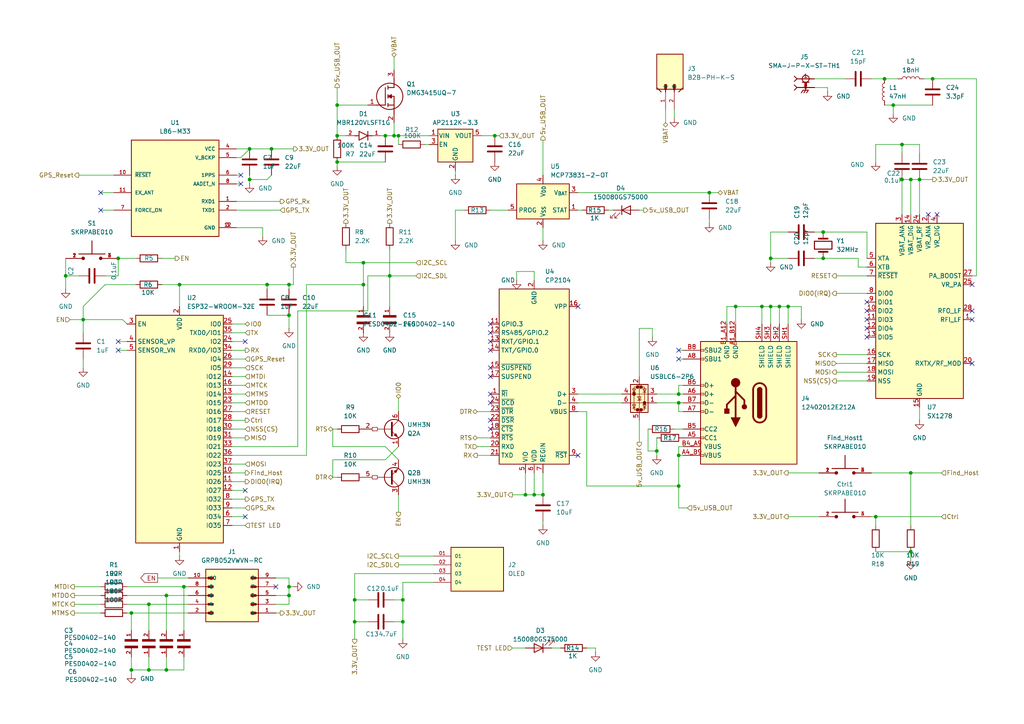
<source format=kicad_sch>
(kicad_sch (version 20250114) (generator "eeschema") (generator_version "9.0")
  (paper "A4")
  (junction (at 213.36 88.9))
  (junction (at 78.74 43.18))
  (junction (at 52.07 82.55))
  (junction (at 102.87 173.99))
  (junction (at 116.84 173.99))
  (junction (at 220.98 88.9))
  (junction (at 48.26 194.31))
  (junction (at 228.6 88.9))
  (junction (at 264.16 160.02))
  (junction (at 157.48 143.51))
  (junction (at 264.16 137.16))
  (junction (at 97.79 30.48))
  (junction (at 270.51 22.86))
  (junction (at 256.54 22.86))
  (junction (at 105.41 76.2))
  (junction (at 196.85 140.97))
  (junction (at 48.26 172.72))
  (junction (at 196.85 132.08))
  (junction (at 190.5 130.81))
  (junction (at 261.62 52.07))
  (junction (at 196.85 116.84))
  (junction (at 196.85 114.3))
  (junction (at 53.34 170.18))
  (junction (at 102.87 180.34))
  (junction (at 111.76 39.37))
  (junction (at 38.1 177.8))
  (junction (at 72.39 43.18))
  (junction (at 38.1 194.31))
  (junction (at 254 149.86))
  (junction (at 238.76 67.31))
  (junction (at 116.84 180.34))
  (junction (at 43.18 175.26))
  (junction (at 83.82 172.72))
  (junction (at 24.13 92.71))
  (junction (at 223.52 88.9))
  (junction (at 77.47 82.55))
  (junction (at 115.57 39.37))
  (junction (at 266.7 52.07))
  (junction (at 152.4 143.51))
  (junction (at 83.82 82.55))
  (junction (at 105.41 82.55))
  (junction (at 113.03 80.01))
  (junction (at 19.05 80.01))
  (junction (at 154.94 143.51))
  (junction (at 261.62 41.91))
  (junction (at 43.18 194.31))
  (junction (at 226.06 88.9))
  (junction (at 205.74 55.88))
  (junction (at 264.16 52.07))
  (junction (at 223.52 74.93))
  (junction (at 97.79 46.99))
  (junction (at 83.82 170.18))
  (junction (at 83.82 91.44))
  (junction (at 238.76 74.93))
  (junction (at 72.39 52.07))
  (junction (at 34.29 74.93))
  (junction (at 114.3 39.37))
  (junction (at 97.79 39.37))
  (junction (at 259.08 30.48))
  (junction (at 143.51 39.37))
  (no_connect (at 167.64 88.9))
  (no_connect (at 142.24 121.92))
  (no_connect (at 251.46 90.17))
  (no_connect (at 251.46 92.71))
  (no_connect (at 142.24 93.98))
  (no_connect (at 251.46 97.79))
  (no_connect (at 69.85 53.34))
  (no_connect (at 71.12 149.86))
  (no_connect (at 251.46 87.63))
  (no_connect (at 142.24 99.06))
  (no_connect (at 142.24 116.84))
  (no_connect (at 71.12 142.24))
  (no_connect (at 196.85 101.6))
  (no_connect (at 142.24 101.6))
  (no_connect (at 142.24 106.68))
  (no_connect (at 34.29 101.6))
  (no_connect (at 29.21 60.96))
  (no_connect (at 34.29 99.06))
  (no_connect (at 71.12 99.06))
  (no_connect (at 251.46 95.25))
  (no_connect (at 142.24 114.3))
  (no_connect (at 281.94 82.55))
  (no_connect (at 281.94 90.17))
  (no_connect (at 281.94 105.41))
  (no_connect (at 142.24 109.22))
  (no_connect (at 69.85 50.8))
  (no_connect (at 281.94 92.71))
  (no_connect (at 167.64 132.08))
  (no_connect (at 271.78 62.23))
  (no_connect (at 80.01 170.18))
  (no_connect (at 196.85 104.14))
  (no_connect (at 142.24 124.46))
  (no_connect (at 269.24 62.23))
  (no_connect (at 29.21 55.88))
  (no_connect (at 142.24 96.52))
  (wire (pts (xy 24.13 104.14) (xy 24.13 106.68)))
  (wire (pts (xy 195.58 31.75) (xy 195.58 34.29)))
  (wire (pts (xy 80.01 172.72) (xy 83.82 172.72)))
  (wire (pts (xy 266.7 41.91) (xy 266.7 44.45)))
  (wire (pts (xy 24.13 92.71) (xy 24.13 96.52)))
  (wire (pts (xy 252.73 22.86) (xy 256.54 22.86)))
  (wire (pts (xy 138.43 127) (xy 142.24 127)))
  (wire (pts (xy 67.31 127) (xy 71.12 127)))
  (wire (pts (xy 149.86 78.74) (xy 149.86 81.28)))
  (wire (pts (xy 96.52 138.43) (xy 97.79 138.43)))
  (wire (pts (xy 242.57 105.41) (xy 251.46 105.41)))
  (wire (pts (xy 52.07 82.55) (xy 77.47 82.55)))
  (wire (pts (xy 256.54 30.48) (xy 259.08 30.48)))
  (wire (pts (xy 223.52 67.31) (xy 223.52 74.93)))
  (wire (pts (xy 67.31 139.7) (xy 71.12 139.7)))
  (wire (pts (xy 261.62 41.91) (xy 261.62 44.45)))
  (wire (pts (xy 152.4 143.51) (xy 154.94 143.51)))
  (wire (pts (xy 85.09 82.55) (xy 83.82 82.55)))
  (wire (pts (xy 196.85 147.32) (xy 199.39 147.32)))
  (wire (pts (xy 72.39 50.8) (xy 72.39 52.07)))
  (wire (pts (xy 167.64 55.88) (xy 205.74 55.88)))
  (wire (pts (xy 242.57 107.95) (xy 251.46 107.95)))
  (wire (pts (xy 210.82 88.9) (xy 213.36 88.9)))
  (wire (pts (xy 185.42 121.92) (xy 185.42 128.27)))
  (wire (pts (xy 264.16 52.07) (xy 261.62 52.07)))
  (wire (pts (xy 96.52 124.46) (xy 97.79 124.46)))
  (wire (pts (xy 143.51 39.37) (xy 144.78 39.37)))
  (wire (pts (xy 196.85 132.08) (xy 198.12 132.08)))
  (wire (pts (xy 85.09 77.47) (xy 85.09 82.55)))
  (wire (pts (xy 266.7 52.07) (xy 270.51 52.07)))
  (wire (pts (xy 80.01 175.26) (xy 83.82 175.26)))
  (wire (pts (xy 223.52 67.31) (xy 228.6 67.31)))
  (wire (pts (xy 69.85 45.72) (xy 68.58 45.72)))
  (wire (pts (xy 196.85 114.3) (xy 198.12 114.3)))
  (wire (pts (xy 236.22 74.93) (xy 238.76 74.93)))
  (wire (pts (xy 157.48 152.4) (xy 157.48 151.13)))
  (wire (pts (xy 185.42 95.25) (xy 185.42 109.22)))
  (wire (pts (xy 97.79 30.48) (xy 106.68 30.48)))
  (wire (pts (xy 283.21 22.86) (xy 283.21 80.01)))
  (wire (pts (xy 264.16 137.16) (xy 264.16 152.4)))
  (wire (pts (xy 106.68 80.01) (xy 113.03 80.01)))
  (wire (pts (xy 106.68 90.17) (xy 106.68 80.01)))
  (wire (pts (xy 36.83 177.8) (xy 38.1 177.8)))
  (wire (pts (xy 196.85 101.6) (xy 198.12 101.6)))
  (wire (pts (xy 142.24 60.96) (xy 147.32 60.96)))
  (wire (pts (xy 115.57 143.51) (xy 115.57 148.59)))
  (wire (pts (xy 52.07 161.29) (xy 52.07 160.02)))
  (wire (pts (xy 67.31 121.92) (xy 71.12 121.92)))
  (wire (pts (xy 102.87 180.34) (xy 106.68 180.34)))
  (wire (pts (xy 67.31 119.38) (xy 71.12 119.38)))
  (wire (pts (xy 242.57 85.09) (xy 251.46 85.09)))
  (wire (pts (xy 48.26 194.31) (xy 48.26 190.5)))
  (wire (pts (xy 139.7 39.37) (xy 143.51 39.37)))
  (wire (pts (xy 248.92 74.93) (xy 248.92 77.47)))
  (wire (pts (xy 67.31 106.68) (xy 71.12 106.68)))
  (wire (pts (xy 252.73 149.86) (xy 254 149.86)))
  (wire (pts (xy 21.59 175.26) (xy 29.21 175.26)))
  (wire (pts (xy 97.79 30.48) (xy 97.79 39.37)))
  (wire (pts (xy 195.58 124.46) (xy 198.12 124.46)))
  (wire (pts (xy 154.94 78.74) (xy 154.94 81.28)))
  (wire (pts (xy 223.52 76.2) (xy 223.52 74.93)))
  (wire (pts (xy 190.5 130.81) (xy 190.5 132.08)))
  (wire (pts (xy 167.64 116.84) (xy 180.34 116.84)))
  (wire (pts (xy 149.86 78.74) (xy 154.94 78.74)))
  (wire (pts (xy 68.58 43.18) (xy 72.39 43.18)))
  (wire (pts (xy 154.94 137.16) (xy 154.94 143.51)))
  (wire (pts (xy 20.32 92.71) (xy 24.13 92.71)))
  (wire (pts (xy 115.57 115.57) (xy 115.57 119.38)))
  (wire (pts (xy 69.85 53.34) (xy 68.58 53.34)))
  (wire (pts (xy 177.8 60.96) (xy 176.53 60.96)))
  (wire (pts (xy 43.18 175.26) (xy 54.61 175.26)))
  (wire (pts (xy 21.59 172.72) (xy 29.21 172.72)))
  (wire (pts (xy 67.31 114.3) (xy 71.12 114.3)))
  (wire (pts (xy 105.41 88.9) (xy 105.41 82.55)))
  (wire (pts (xy 102.87 166.37) (xy 125.73 166.37)))
  (wire (pts (xy 52.07 82.55) (xy 52.07 88.9)))
  (wire (pts (xy 67.31 152.4) (xy 71.12 152.4)))
  (wire (pts (xy 71.12 137.16) (xy 67.31 137.16)))
  (wire (pts (xy 264.16 137.16) (xy 273.05 137.16)))
  (wire (pts (xy 22.86 50.8) (xy 33.02 50.8)))
  (wire (pts (xy 157.48 137.16) (xy 157.48 143.51)))
  (wire (pts (xy 190.5 114.3) (xy 196.85 114.3)))
  (wire (pts (xy 170.18 119.38) (xy 170.18 140.97)))
  (wire (pts (xy 24.13 92.71) (xy 35.56 92.71)))
  (wire (pts (xy 113.03 72.39) (xy 113.03 80.01)))
  (wire (pts (xy 45.72 167.64) (xy 54.61 167.64)))
  (wire (pts (xy 67.31 101.6) (xy 71.12 101.6)))
  (wire (pts (xy 232.41 92.71) (xy 232.41 88.9)))
  (wire (pts (xy 43.18 175.26) (xy 43.18 182.88)))
  (wire (pts (xy 67.31 147.32) (xy 71.12 147.32)))
  (wire (pts (xy 115.57 161.29) (xy 125.73 161.29)))
  (wire (pts (xy 185.42 95.25) (xy 189.23 95.25)))
  (wire (pts (xy 251.46 67.31) (xy 251.46 74.93)))
  (wire (pts (xy 226.06 88.9) (xy 226.06 93.98)))
  (wire (pts (xy 228.6 149.86) (xy 237.49 149.86)))
  (wire (pts (xy 116.84 173.99) (xy 116.84 180.34)))
  (wire (pts (xy 102.87 173.99) (xy 102.87 180.34)))
  (wire (pts (xy 36.83 175.26) (xy 43.18 175.26)))
  (wire (pts (xy 83.82 172.72) (xy 83.82 170.18)))
  (wire (pts (xy 36.83 170.18) (xy 53.34 170.18)))
  (wire (pts (xy 83.82 175.26) (xy 83.82 172.72)))
  (wire (pts (xy 189.23 95.25) (xy 189.23 97.79)))
  (wire (pts (xy 264.16 160.02) (xy 264.16 162.56)))
  (wire (pts (xy 283.21 80.01) (xy 281.94 80.01)))
  (wire (pts (xy 38.1 194.31) (xy 38.1 190.5)))
  (wire (pts (xy 261.62 41.91) (xy 266.7 41.91)))
  (wire (pts (xy 19.05 83.82) (xy 19.05 80.01)))
  (wire (pts (xy 157.48 40.64) (xy 157.48 50.8)))
  (wire (pts (xy 67.31 144.78) (xy 71.12 144.78)))
  (wire (pts (xy 198.12 116.84) (xy 196.85 116.84)))
  (wire (pts (xy 116.84 168.91) (xy 125.73 168.91)))
  (wire (pts (xy 259.08 30.48) (xy 270.51 30.48)))
  (wire (pts (xy 168.91 60.96) (xy 167.64 60.96)))
  (wire (pts (xy 114.3 16.51) (xy 114.3 20.32)))
  (wire (pts (xy 190.5 116.84) (xy 196.85 116.84)))
  (wire (pts (xy 228.6 137.16) (xy 237.49 137.16)))
  (wire (pts (xy 19.05 80.01) (xy 22.86 80.01)))
  (wire (pts (xy 266.7 52.07) (xy 264.16 52.07)))
  (wire (pts (xy 46.99 82.55) (xy 52.07 82.55)))
  (wire (pts (xy 223.52 88.9) (xy 226.06 88.9)))
  (wire (pts (xy 67.31 111.76) (xy 71.12 111.76)))
  (wire (pts (xy 115.57 129.54) (xy 111.76 133.35)))
  (wire (pts (xy 34.29 80.01) (xy 34.29 74.93)))
  (wire (pts (xy 102.87 166.37) (xy 102.87 173.99)))
  (wire (pts (xy 152.4 187.96) (xy 148.59 187.96)))
  (wire (pts (xy 67.31 116.84) (xy 71.12 116.84)))
  (wire (pts (xy 102.87 180.34) (xy 102.87 185.42)))
  (wire (pts (xy 78.74 50.8) (xy 77.47 52.07)))
  (wire (pts (xy 100.33 72.39) (xy 100.33 76.2)))
  (wire (pts (xy 24.13 88.9) (xy 24.13 92.71)))
  (wire (pts (xy 254 149.86) (xy 273.05 149.86)))
  (wire (pts (xy 223.52 88.9) (xy 223.52 93.98)))
  (wire (pts (xy 220.98 88.9) (xy 220.98 93.98)))
  (wire (pts (xy 196.85 129.54) (xy 198.12 129.54)))
  (wire (pts (xy 67.31 142.24) (xy 71.12 142.24)))
  (wire (pts (xy 21.59 177.8) (xy 29.21 177.8)))
  (wire (pts (xy 38.1 195.58) (xy 38.1 194.31)))
  (wire (pts (xy 132.08 60.96) (xy 134.62 60.96)))
  (wire (pts (xy 138.43 132.08) (xy 142.24 132.08)))
  (wire (pts (xy 170.18 187.96) (xy 172.72 187.96)))
  (wire (pts (xy 86.36 90.17) (xy 86.36 129.54)))
  (wire (pts (xy 106.68 90.17) (xy 86.36 90.17)))
  (wire (pts (xy 53.34 170.18) (xy 53.34 182.88)))
  (wire (pts (xy 83.82 167.64) (xy 83.82 170.18)))
  (wire (pts (xy 29.21 55.88) (xy 33.02 55.88)))
  (wire (pts (xy 83.82 91.44) (xy 83.82 95.25)))
  (wire (pts (xy 266.7 52.07) (xy 266.7 62.23)))
  (wire (pts (xy 88.9 82.55) (xy 88.9 132.08)))
  (wire (pts (xy 21.59 170.18) (xy 29.21 170.18)))
  (wire (pts (xy 110.49 39.37) (xy 111.76 39.37)))
  (wire (pts (xy 113.03 80.01) (xy 120.65 80.01)))
  (wire (pts (xy 242.57 102.87) (xy 251.46 102.87)))
  (wire (pts (xy 190.5 127) (xy 190.5 130.81)))
  (wire (pts (xy 43.18 190.5) (xy 43.18 194.31)))
  (wire (pts (xy 34.29 101.6) (xy 36.83 101.6)))
  (wire (pts (xy 148.59 143.51) (xy 152.4 143.51)))
  (wire (pts (xy 187.96 130.81) (xy 190.5 130.81)))
  (wire (pts (xy 72.39 52.07) (xy 72.39 53.34)))
  (wire (pts (xy 228.6 88.9) (xy 228.6 93.98)))
  (wire (pts (xy 196.85 104.14) (xy 198.12 104.14)))
  (wire (pts (xy 138.43 129.54) (xy 142.24 129.54)))
  (wire (pts (xy 34.29 74.93) (xy 39.37 74.93)))
  (wire (pts (xy 242.57 110.49) (xy 251.46 110.49)))
  (wire (pts (xy 254 149.86) (xy 254 152.4)))
  (wire (pts (xy 254 41.91) (xy 261.62 41.91)))
  (wire (pts (xy 72.39 43.18) (xy 69.85 45.72)))
  (wire (pts (xy 196.85 111.76) (xy 196.85 114.3)))
  (wire (pts (xy 19.05 74.93) (xy 19.05 80.01)))
  (wire (pts (xy 152.4 137.16) (xy 152.4 143.51)))
  (wire (pts (xy 248.92 77.47) (xy 251.46 77.47)))
  (wire (pts (xy 113.03 80.01) (xy 113.03 88.9)))
  (wire (pts (xy 105.41 82.55) (xy 105.41 76.2)))
  (wire (pts (xy 186.69 60.96) (xy 185.42 60.96)))
  (wire (pts (xy 259.08 30.48) (xy 259.08 33.02)))
  (wire (pts (xy 240.03 25.4) (xy 236.22 25.4)))
  (wire (pts (xy 236.22 67.31) (xy 238.76 67.31)))
  (wire (pts (xy 167.64 114.3) (xy 180.34 114.3)))
  (wire (pts (xy 213.36 88.9) (xy 220.98 88.9)))
  (wire (pts (xy 97.79 25.4) (xy 97.79 30.48)))
  (wire (pts (xy 78.74 43.18) (xy 85.09 43.18)))
  (wire (pts (xy 81.28 177.8) (xy 80.01 177.8)))
  (wire (pts (xy 205.74 64.77) (xy 205.74 63.5)))
  (wire (pts (xy 114.3 35.56) (xy 114.3 39.37)))
  (wire (pts (xy 77.47 82.55) (xy 77.47 83.82)))
  (wire (pts (xy 102.87 173.99) (xy 106.68 173.99)))
  (wire (pts (xy 48.26 182.88) (xy 48.26 172.72)))
  (wire (pts (xy 261.62 52.07) (xy 261.62 62.23)))
  (wire (pts (xy 83.82 82.55) (xy 77.47 82.55)))
  (wire (pts (xy 68.58 58.42) (xy 81.28 58.42)))
  (wire (pts (xy 226.06 88.9) (xy 228.6 88.9)))
  (wire (pts (xy 96.52 129.54) (xy 111.76 129.54)))
  (wire (pts (xy 264.16 52.07) (xy 264.16 62.23)))
  (wire (pts (xy 196.85 129.54) (xy 196.85 132.08)))
  (wire (pts (xy 170.18 140.97) (xy 196.85 140.97)))
  (wire (pts (xy 67.31 93.98) (xy 71.12 93.98)))
  (wire (pts (xy 29.21 60.96) (xy 33.02 60.96)))
  (wire (pts (xy 96.52 133.35) (xy 111.76 133.35)))
  (wire (pts (xy 68.58 60.96) (xy 81.28 60.96)))
  (wire (pts (xy 38.1 177.8) (xy 54.61 177.8)))
  (wire (pts (xy 160.02 187.96) (xy 162.56 187.96)))
  (wire (pts (xy 97.79 46.99) (xy 111.76 46.99)))
  (wire (pts (xy 252.73 137.16) (xy 264.16 137.16)))
  (wire (pts (xy 254 160.02) (xy 264.16 160.02)))
  (wire (pts (xy 67.31 134.62) (xy 71.12 134.62)))
  (wire (pts (xy 30.48 80.01) (xy 34.29 80.01)))
  (wire (pts (xy 67.31 96.52) (xy 71.12 96.52)))
  (wire (pts (xy 196.85 119.38) (xy 198.12 119.38)))
  (wire (pts (xy 48.26 194.31) (xy 53.34 194.31)))
  (wire (pts (xy 196.85 132.08) (xy 196.85 140.97)))
  (wire (pts (xy 115.57 39.37) (xy 115.57 41.91)))
  (wire (pts (xy 256.54 22.86) (xy 260.35 22.86)))
  (wire (pts (xy 86.36 129.54) (xy 67.31 129.54)))
  (wire (pts (xy 67.31 124.46) (xy 71.12 124.46)))
  (wire (pts (xy 236.22 22.86) (xy 245.11 22.86)))
  (wire (pts (xy 80.01 167.64) (xy 83.82 167.64)))
  (wire (pts (xy 85.09 170.18) (xy 83.82 170.18)))
  (wire (pts (xy 187.96 124.46) (xy 187.96 130.81)))
  (wire (pts (xy 220.98 88.9) (xy 223.52 88.9)))
  (wire (pts (xy 46.99 74.93) (xy 50.8 74.93)))
  (wire (pts (xy 105.41 76.2) (xy 120.65 76.2)))
  (wire (pts (xy 30.48 82.55) (xy 24.13 88.9)))
  (wire (pts (xy 114.3 180.34) (xy 116.84 180.34)))
  (wire (pts (xy 172.72 187.96) (xy 172.72 189.23)))
  (wire (pts (xy 96.52 124.46) (xy 96.52 129.54)))
  (wire (pts (xy 72.39 43.18) (xy 78.74 43.18)))
  (wire (pts (xy 53.34 170.18) (xy 54.61 170.18)))
  (wire (pts (xy 254 46.99) (xy 254 41.91)))
  (wire (pts (xy 213.36 88.9) (xy 213.36 93.98)))
  (wire (pts (xy 114.3 39.37) (xy 115.57 39.37)))
  (wire (pts (xy 238.76 74.93) (xy 248.92 74.93)))
  (wire (pts (xy 48.26 172.72) (xy 54.61 172.72)))
  (wire (pts (xy 116.84 180.34) (xy 116.84 185.42)))
  (wire (pts (xy 196.85 140.97) (xy 196.85 147.32)))
  (wire (pts (xy 97.79 39.37) (xy 100.33 39.37)))
  (wire (pts (xy 105.41 82.55) (xy 88.9 82.55)))
  (wire (pts (xy 69.85 50.8) (xy 68.58 50.8)))
  (wire (pts (xy 167.64 119.38) (xy 170.18 119.38)))
  (wire (pts (xy 223.52 74.93) (xy 228.6 74.93)))
  (wire (pts (xy 124.46 41.91) (xy 123.19 41.91)))
  (wire (pts (xy 97.79 46.99) (xy 97.79 48.26)))
  (wire (pts (xy 76.2 66.04) (xy 68.58 66.04)))
  (wire (pts (xy 88.9 132.08) (xy 67.31 132.08)))
  (wire (pts (xy 38.1 194.31) (xy 43.18 194.31)))
  (wire (pts (xy 132.08 49.53) (xy 132.08 50.8)))
  (wire (pts (xy 266.7 118.11) (xy 266.7 121.92)))
  (wire (pts (xy 157.48 66.04) (xy 157.48 69.85)))
  (wire (pts (xy 111.76 39.37) (xy 114.3 39.37)))
  (wire (pts (xy 242.57 80.01) (xy 251.46 80.01)))
  (wire (pts (xy 240.03 25.4) (xy 240.03 26.67)))
  (wire (pts (xy 238.76 67.31) (xy 251.46 67.31)))
  (wire (pts (xy 210.82 88.9) (xy 210.82 93.98)))
  (wire (pts (xy 38.1 182.88) (xy 38.1 177.8)))
  (wire (pts (xy 105.41 76.2) (xy 100.33 76.2)))
  (wire (pts (xy 36.83 172.72) (xy 48.26 172.72)))
  (wire (pts (xy 270.51 22.86) (xy 267.97 22.86)))
  (wire (pts (xy 196.85 111.76) (xy 198.12 111.76)))
  (wire (pts (xy 43.18 194.31) (xy 48.26 194.31)))
  (wire (pts (xy 76.2 68.58) (xy 76.2 66.04)))
  (wire (pts (xy 71.12 99.06) (xy 67.31 99.06)))
  (wire (pts (xy 39.37 82.55) (xy 30.48 82.55)))
  (wire (pts (xy 116.84 168.91) (xy 116.84 173.99)))
  (wire (pts (xy 67.31 109.22) (xy 71.12 109.22)))
  (wire (pts (xy 232.41 88.9) (xy 228.6 88.9)))
  (wire (pts (xy 132.08 60.96) (xy 132.08 69.85)))
  (wire (pts (xy 77.47 91.44) (xy 83.82 91.44)))
  (wire (pts (xy 115.57 163.83) (xy 125.73 163.83)))
  (wire (pts (xy 114.3 173.99) (xy 116.84 173.99)))
  (wire (pts (xy 67.31 104.14) (xy 71.12 104.14)))
  (wire (pts (xy 193.04 31.75) (xy 193.04 35.56)))
  (wire (pts (xy 83.82 82.55) (xy 83.82 83.82)))
  (wire (pts (xy 154.94 143.51) (xy 157.48 143.51)))
  (wire (pts (xy 115.57 39.37) (xy 124.46 39.37)))
  (wire (pts (xy 72.39 52.07) (xy 77.47 52.07)))
  (wire (pts (xy 35.56 92.71) (xy 36.83 93.98)))
  (wire (pts (xy 53.34 190.5) (xy 53.34 194.31)))
  (wire (pts (xy 96.52 133.35) (xy 96.52 138.43)))
  (wire (pts (xy 111.76 129.54) (xy 115.57 133.35)))
  (wire (pts (xy 205.74 55.88) (xy 208.28 55.88)))
  (wire (pts (xy 67.31 149.86) (xy 71.12 149.86)))
  (wire (pts (xy 196.85 116.84) (xy 196.85 119.38)))
  (wire (pts (xy 283.21 22.86) (xy 270.51 22.86)))
  (wire (pts (xy 34.29 99.06) (xy 36.83 99.06)))
  (wire (pts (xy 138.43 119.38) (xy 142.24 119.38)))
  (global_label "EN" (shape output) (at 45.72 167.64 180) (property "Intersheetrefs" "${INTERSHEET_REFS}" (effects (hide yes))))
  (hierarchical_label "3.3V_OUT" (shape input) (at 144.78 39.37 0))
  (hierarchical_label "MTDI" (shape output) (at 21.59 170.18 180))
  (hierarchical_label "VBAT" (shape bidirectional) (at 114.3 16.51 90))
  (hierarchical_label "GPS_Rx" (shape output) (at 81.28 58.42 0))
  (hierarchical_label "5v_USB_OUT" (shape output) (at 185.42 128.27 270))
  (hierarchical_label "5v_USB_OUT" (shape output) (at 97.79 25.4 90))
  (hierarchical_label "NSS(CS)" (shape input) (at 71.12 124.46 0))
  (hierarchical_label "DTR" (shape bidirectional) (at 96.52 138.43 180))
  (hierarchical_label "MISO" (shape input) (at 242.57 105.41 180))
  (hierarchical_label "GPS_TX" (shape output) (at 71.12 144.78 0))
  (hierarchical_label "RESET" (shape input) (at 71.12 119.38 0))
  (hierarchical_label "3.3V_OUT" (shape output) (at 85.09 43.18 0))
  (hierarchical_label "IO0" (shape bidirectional) (at 115.57 115.57 90))
  (hierarchical_label "MTCK" (shape output) (at 21.59 175.26 180))
  (hierarchical_label "SCK" (shape output) (at 242.57 102.87 180))
  (hierarchical_label "3.3V_OUT" (shape output) (at 81.28 177.8 0))
  (hierarchical_label "MISO" (shape output) (at 71.12 127 0))
  (hierarchical_label "NSS(CS)" (shape output) (at 242.57 110.49 180))
  (hierarchical_label "DTR" (shape bidirectional) (at 138.43 119.38 180))
  (hierarchical_label "EN" (shape input) (at 20.32 92.71 180))
  (hierarchical_label "TX" (shape input) (at 71.12 96.52 0))
  (hierarchical_label "3.3V_OUT" (shape output) (at 102.87 185.42 270))
  (hierarchical_label "MTMS" (shape output) (at 21.59 177.8 180))
  (hierarchical_label "GPS_Reset" (shape output) (at 22.86 50.8 180))
  (hierarchical_label "GPS_TX" (shape input) (at 81.28 60.96 0))
  (hierarchical_label "RX" (shape output) (at 138.43 132.08 180))
  (hierarchical_label "MOSI" (shape output) (at 242.57 107.95 180))
  (hierarchical_label "Find_Host" (shape input) (at 273.05 137.16 0))
  (hierarchical_label "3.3V_OUT" (shape output) (at 228.6 137.16 180))
  (hierarchical_label "MTDO" (shape input) (at 71.12 116.84 0))
  (hierarchical_label "DIO0(IRQ)" (shape output) (at 242.57 85.09 180))
  (hierarchical_label "Ctrl" (shape input) (at 273.05 149.86 0))
  (hierarchical_label "5v_USB_OUT" (shape input) (at 199.39 147.32 0))
  (hierarchical_label "Find_Host" (shape output) (at 71.12 137.16 0))
  (hierarchical_label "I2C_SCL" (shape output) (at 115.57 161.29 180))
  (hierarchical_label "TX" (shape input) (at 138.43 129.54 180))
  (hierarchical_label "3.3V_OUT" (shape output) (at 113.03 64.77 90))
  (hierarchical_label "RTS" (shape bidirectional) (at 138.43 127 180))
  (hierarchical_label "TEST LED" (shape input) (at 148.59 187.96 180))
  (hierarchical_label "3.3V_OUT" (shape output) (at 85.09 77.47 90))
  (hierarchical_label "3.3V_OUT" (shape output) (at 100.33 64.77 90))
  (hierarchical_label "I2C_SDL" (shape output) (at 115.57 163.83 180))
  (hierarchical_label "DIO0(IRQ)" (shape output) (at 71.12 139.7 0))
  (hierarchical_label "TEST LED" (shape input) (at 71.12 152.4 0))
  (hierarchical_label "EN" (shape output) (at 50.8 74.93 0))
  (hierarchical_label "RX" (shape output) (at 71.12 101.6 0))
  (hierarchical_label "RESET" (shape output) (at 242.57 80.01 180))
  (hierarchical_label "5v_USB_OUT" (shape output) (at 186.69 60.96 0))
  (hierarchical_label "RTS" (shape bidirectional) (at 96.52 124.46 180))
  (hierarchical_label "3.3V_OUT" (shape output) (at 270.51 52.07 0))
  (hierarchical_label "MTDI" (shape input) (at 71.12 109.22 0))
  (hierarchical_label "SCK" (shape input) (at 71.12 106.68 0))
  (hierarchical_label "5v_USB_OUT" (shape output) (at 157.48 40.64 90))
  (hierarchical_label "MTMS" (shape input) (at 71.12 114.3 0))
  (hierarchical_label "EN" (shape output) (at 115.57 148.59 270))
  (hierarchical_label "VBAT" (shape bidirectional) (at 208.28 55.88 0))
  (hierarchical_label "I2C_SDL" (shape input) (at 120.65 80.01 0))
  (hierarchical_label "3.3V_OUT" (shape output) (at 228.6 149.86 180))
  (hierarchical_label "Ctrl" (shape output) (at 71.12 121.92 0))
  (hierarchical_label "MTDO" (shape output) (at 21.59 172.72 180))
  (hierarchical_label "I2C_SCL" (shape input) (at 120.65 76.2 0))
  (hierarchical_label "VBAT" (shape bidirectional) (at 193.04 35.56 270))
  (hierarchical_label "MOSI" (shape input) (at 71.12 134.62 0))
  (hierarchical_label "IO0" (shape bidirectional) (at 71.12 93.98 0))
  (hierarchical_label "GPS_Rx" (shape input) (at 71.12 147.32 0))
  (hierarchical_label "3.3V_OUT" (shape output) (at 148.59 143.51 180))
  (hierarchical_label "MTCK" (shape input) (at 71.12 111.76 0))
  (hierarchical_label "GPS_Reset" (shape input) (at 71.12 104.14 0))
  (symbol (lib_id "power:GND") (at 113.03 96.52 0) (unit 1)
    (property "Reference" "#PWR011" (effects (hide yes)))
    (property "Value" "GND" (at 113.03 101.6 0))
    (property "Description" "Power symbol creates a global label with name \"GND\" , ground" (effects (hide yes)))
  )
  (symbol (lib_id "Device:R") (at 33.02 170.18 90) (unit 1)
    (property "Reference" "R1" (at 33.02 163.83 90))
    (property "Value" "100R" (at 33.02 166.37 90))
    (property "Footprint" "Resistor_SMD:R_0603_1608Metric" (effects (hide yes)))
    (property "Description" "Resistor" (effects (hide yes)))
  )
  (symbol (lib_id "Device:R") (at 191.77 124.46 90) (unit 1)
    (property "Reference" "R16" (at 191.77 124.46 90))
    (property "Value" "5.1K" (effects (hide yes)))
    (property "Footprint" "Resistor_SMD:R_0402_1005Metric" (effects (hide yes)))
    (property "Description" "Resistor" (effects (hide yes)))
  )
  (symbol (lib_id "power:GND") (at 157.48 152.4 0) (unit 1)
    (property "Reference" "#PWR018" (effects (hide yes)))
    (property "Value" "GND" (at 157.48 157.48 0))
    (property "Description" "Power symbol creates a global label with name \"GND\" , ground" (effects (hide yes)))
  )
  (symbol (lib_id "power:GND") (at 105.41 96.52 0) (unit 1)
    (property "Reference" "#PWR010" (effects (hide yes)))
    (property "Value" "GND" (at 105.41 101.6 0))
    (property "Description" "Power symbol creates a global label with name \"GND\" , ground" (effects (hide yes)))
  )
  (symbol (lib_id "SKRPABE010:SKRPABE010") (at 245.11 149.86 0) (unit 1)
    (property "Reference" "Ctrl1" (at 245.11 140.462 0))
    (property "Value" "SKRPABE010" (at 245.11 143.002 0))
    (property "Footprint" "Diode_SMD:SW_SKRPABE010" (effects (hide yes)))
    (property "MF" "ALPS" (effects (hide yes)))
    (property "MAXIMUM_PACKAGE_HEIGHT" "2.5 mm" (effects (hide yes)))
    (property "Package" "None" (effects (hide yes)))
    (property "Price" "None" (effects (hide yes)))
    (property "Check_prices" "https://www.snapeda.com/parts/SKRPABE010/ALPS/view-part/?ref=eda" (effects (hide yes)))
    (property "STANDARD" "Manufacturer Recommendations" (effects (hide yes)))
    (property "SnapEDA_Link" "https://www.snapeda.com/parts/SKRPABE010/ALPS/view-part/?ref=snap" (effects (hide yes)))
    (property "MP" "SKRPABE010" (effects (hide yes)))
    (property "Description_1" "Switch Tactile N.O. SPST Button J-Bend 0.05A 16VDC 1.57N SMD Automotive T/R" (effects (hide yes)))
    (property "Availability" "In Stock" (effects (hide yes)))
    (property "MANUFACTURER" "Alps" (effects (hide yes)))
  )
  (symbol (lib_id "Device:R") (at 113.03 68.58 180) (unit 1)
    (property "Reference" "R11" (at 115.57 67.3099 0) (effects (justify right)))
    (property "Value" "2.2K" (at 115.57 69.8499 0) (effects (justify right)))
    (property "Footprint" "Resistor_SMD:R_0603_1608Metric" (effects (hide yes)))
    (property "Description" "Resistor" (effects (hide yes)))
  )
  (symbol (lib_id "Device:C") (at 110.49 173.99 90) (unit 1)
    (property "Reference" "C12" (at 110.236 170.688 90) (effects (justify left)))
    (property "Value" "0.1uF" (at 115.824 170.688 90) (effects (justify left)))
    (property "Footprint" "Capacitor_SMD:C_0603_1608Metric" (effects (hide yes)))
    (property "Description" "Unpolarized capacitor" (effects (hide yes)))
  )
  (symbol (lib_id "DMG3415UQ-7:DMG3415UQ-7") (at 106.68 30.48 0) (unit 1)
    (property "Reference" "Q1" (at 117.856 24.384 0) (effects (justify left)))
    (property "Value" "DMG3415UQ-7" (at 117.856 26.924 0) (effects (justify left)))
    (property "Datasheet" "https://www.diodes.com//assets/Datasheets/products_inactive_data/DMG3415UQ.pdf" (effects (hide yes)))
    (property "Description" "MOSFET MOSFET BVDSS: 8V 24V SOT23 T&R 3K" (effects (hide yes)))
    (property "Height" "1.1" (effects (hide yes)))
    (property "Mouser Part Number" "621-DMG3415UQ-7" (effects (hide yes)))
    (property "Mouser Price/Stock" "https://www.mouser.co.uk/ProductDetail/Diodes-Incorporated/DMG3415UQ-7?qs=W%2FMpXkg%252BdQ7LApGrRiCM5A%3D%3D" (effects (hide yes)))
    (property "Manufacturer_Name" "Diodes Incorporated" (effects (hide yes)))
    (property "Manufacturer_Part_Number" "DMG3415UQ-7" (effects (hide yes)))
  )
  (symbol (lib_id "Transistor_BJT:UMH3N") (at 114.3 124.46 0) (unit 1)
    (property "Reference" "Q2" (at 118.11 125.7301 0) (effects (justify left)))
    (property "Value" "UMH3N" (at 118.11 123.1901 0) (effects (justify left)))
    (property "Footprint" "Package_TO_SOT_SMD:SOT-363_SC-70-6" (effects (hide yes)))
    (property "Datasheet" "http://rohmfs.rohm.com/en/products/databook/datasheet/discrete/transistor/digital/emh3t2r-e.pdf" (effects (hide yes)))
    (property "Description" "0.1A Ic, 50V Vce, Dual NPN Input Resistor Transistors, SOT-363" (effects (hide yes)))
  )
  (symbol (lib_id "Device:R") (at 166.37 187.96 90) (unit 1)
    (property "Reference" "R14" (at 166.116 187.96 90))
    (property "Value" "1K" (at 166.116 190.246 90))
    (property "Footprint" "Resistor_SMD:R_0603_1608Metric" (effects (hide yes)))
    (property "Description" "Resistor" (effects (hide yes)))
  )
  (symbol (lib_id "power:GND") (at 19.05 83.82 0) (unit 1)
    (property "Reference" "#PWR01" (effects (hide yes)))
    (property "Value" "GND" (at 19.05 88.9 0))
    (property "Description" "Power symbol creates a global label with name \"GND\" , ground" (effects (hide yes)))
  )
  (symbol (lib_id "L86-M33:L86-M33") (at 50.8 53.34 0) (unit 1)
    (property "Reference" "U1" (at 50.8 35.56 0))
    (property "Value" "L86-M33" (at 50.8 38.1 0))
    (property "Footprint" "L86-M33:XCVR_L86-M33" (effects (hide yes)))
    (property "MF" "Quectel" (effects (hide yes)))
    (property "DESCRIPTION" "L86 is an ultra-compact GNSS POT _Patch on Top_ module with an embedded 18.4mm × 18.4mm × 4.0mm patch antenna and utilizes the MediaTek new generation GNSS chipset MT3333 that achieves the perfect performance" (effects (hide yes)))
    (property "PACKAGE" "None" (effects (hide yes)))
    (property "PRICE" "None" (effects (hide yes)))
    (property "Package" "LCC-12 Quectel" (effects (hide yes)))
    (property "Check_prices" "https://www.snapeda.com/parts/L86-M33/Quectel/view-part/?ref=eda" (effects (hide yes)))
    (property "Price" "None" (effects (hide yes)))
    (property "SnapEDA_Link" "https://www.snapeda.com/parts/L86-M33/Quectel/view-part/?ref=snap" (effects (hide yes)))
    (property "MP" "L86-M33" (effects (hide yes)))
    (property "Availability" "In Stock" (effects (hide yes)))
    (property "AVAILABILITY" "Unavailable" (effects (hide yes)))
    (property "Description_1" "L86 is an ultra-compact GNSS POT (Patch on Top) module with an embedded 18.4mm × 18.4mm × 4.0mm patch antenna and utilizes the MediaTek new generation GNSS chipset MT3333 that achieves the perfect performance" (effects (hide yes)))
  )
  (symbol (lib_id "RF:SX1278") (at 266.7 90.17 0) (unit 1)
    (property "Reference" "U7" (at 268.8433 118.11 0) (effects (justify left)))
    (property "Value" "SX1278" (at 268.8433 120.65 0) (effects (justify left)))
    (property "Footprint" "Package_DFN_QFN:QFN-28-1EP_6x6mm_P0.65mm_EP4.8x4.8mm" (effects (hide yes)))
    (property "Datasheet" "https://semtech.my.salesforce.com/sfc/p/#E0000000JelG/a/2R0000001Rbr/6EfVZUorrpoKFfvaF_Fkpgp5kzjiNyiAbqcpqh9qSjE" (effects (hide yes)))
    (property "Description" "137 MHz to 525 MHz Low Power Long Range Transceiver, spreading factor from 6 to 12, LoRA, QFN-28" (effects (hide yes)))
  )
  (symbol (lib_id "Device:C") (at 232.41 74.93 90) (unit 1)
    (property "Reference" "C20" (at 231.1399 71.12 0) (effects (justify left)))
    (property "Value" "12pF" (at 233.6799 71.12 0) (effects (justify left)))
    (property "Footprint" "Capacitor_SMD:C_0402_1005Metric" (effects (hide yes)))
    (property "Description" "Unpolarized capacitor" (effects (hide yes)))
  )
  (symbol (lib_id "power:GND") (at 143.51 46.99 0) (unit 1)
    (property "Reference" "#PWR015" (effects (hide yes)))
    (property "Value" "GND" (at 143.51 52.07 0))
    (property "Description" "Power symbol creates a global label with name \"GND\" , ground" (effects (hide yes)))
  )
  (symbol (lib_id "Device:R") (at 119.38 41.91 270) (unit 1)
    (property "Reference" "R12" (at 121.412 37.592 90) (effects (justify right)))
    (property "Value" "100K" (at 122.174 39.37 90) (effects (justify right)))
    (property "Footprint" "Resistor_SMD:R_0603_1608Metric" (effects (hide yes)))
    (property "Description" "Resistor" (effects (hide yes)))
  )
  (symbol (lib_id "Power_Protection:USBLC6-2P6") (at 185.42 116.84 180) (unit 1)
    (property "Reference" "U6" (at 188.5381 106.68 0) (effects (justify right)))
    (property "Value" "USBLC6-2P6" (at 188.5381 109.22 0) (effects (justify right)))
    (property "Footprint" "Package_TO_SOT_SMD:SOT-666" (effects (hide yes)))
    (property "Datasheet" "https://www.st.com/resource/en/datasheet/usblc6-2.pdf" (effects (hide yes)))
    (property "Description" "Very low capacitance ESD protection diode, 2 data-line, SOT-666" (effects (hide yes)))
  )
  (symbol (lib_id "Device:R") (at 33.02 172.72 90) (unit 1)
    (property "Reference" "R2" (at 33.02 166.37 90))
    (property "Value" "100R" (at 33.02 168.91 90))
    (property "Footprint" "Resistor_SMD:R_0603_1608Metric" (effects (hide yes)))
    (property "Description" "Resistor" (effects (hide yes)))
  )
  (symbol (lib_id "power:GND") (at 76.2 68.58 0) (unit 1)
    (property "Reference" "#PWR06" (effects (hide yes)))
    (property "Value" "GND" (at 78.74 69.8499 0) (effects (justify left)))
    (property "Description" "Power symbol creates a global label with name \"GND\" , ground" (effects (hide yes)))
  )
  (symbol (lib_id "PESD0402-140:PESD0402-140") (at 38.1 185.42 270) (unit 1)
    (property "Reference" "C3" (at 18.542 182.88 90) (effects (justify left)))
    (property "Value" "PESD0402-140" (at 18.542 184.912 90) (effects (justify left)))
    (property "Footprint" "PESD0402-140:RESC1005X35N" (effects (hide yes)))
    (property "MF" "Littelfuse Inc." (effects (hide yes)))
    (property "Description_1" "40V Clamp - Ipp Tvs Diode Surface Mount 0402" (effects (hide yes)))
    (property "Package" "0402 Littelfuse Inc." (effects (hide yes)))
    (property "Price" "None" (effects (hide yes)))
    (property "SnapEDA_Link" "https://www.snapeda.com/parts/PESD0402-140/Littelfuse/view-part/?ref=snap" (effects (hide yes)))
    (property "MP" "PESD0402-140" (effects (hide yes)))
    (property "Availability" "In Stock" (effects (hide yes)))
    (property "Check_prices" "https://www.snapeda.com/parts/PESD0402-140/Littelfuse/view-part/?ref=eda" (effects (hide yes)))
  )
  (symbol (lib_id "Device:C") (at 72.39 46.99 0) (unit 1)
    (property "Reference" "C7" (at 76.2 45.7199 0) (effects (justify left)))
    (property "Value" "1uF" (at 76.2 48.2599 0) (effects (justify left)))
    (property "Footprint" "Capacitor_SMD:C_0603_1608Metric" (effects (hide yes)))
    (property "Description" "Unpolarized capacitor" (effects (hide yes)))
  )
  (symbol (lib_id "HTSW-104-20-TM-S:HTSW-104-20-TM-S") (at 138.43 166.37 0) (unit 1)
    (property "Reference" "J2" (at 147.32 163.8299 0) (effects (justify left)))
    (property "Value" "OLED" (at 147.32 166.3699 0) (effects (justify left)))
    (property "Footprint" "HTSW-104-20-TM-S:SAMTEC_HTSW-104-20-TM-S" (effects (hide yes)))
    (property "MF" "Samtec" (effects (hide yes)))
    (property "Description_1" "Connector Header   position" (effects (hide yes)))
    (property "Package" "None" (effects (hide yes)))
    (property "Price" "None" (effects (hide yes)))
    (property "Check_prices" "https://www.snapeda.com/parts/HTSW-104-20-TM-S/Samtec/view-part/?ref=eda" (effects (hide yes)))
    (property "STANDARD" "Manufacturer Recommendations" (effects (hide yes)))
    (property "PARTREV" "R" (effects (hide yes)))
    (property "SnapEDA_Link" "https://www.snapeda.com/parts/HTSW-104-20-TM-S/Samtec/view-part/?ref=snap" (effects (hide yes)))
    (property "MP" "HTSW-104-20-TM-S" (effects (hide yes)))
    (property "Availability" "In Stock" (effects (hide yes)))
    (property "MANUFACTURER" "Samtec" (effects (hide yes)))
  )
  (symbol (lib_id "power:GND") (at 259.08 33.02 0) (unit 1)
    (property "Reference" "#PWR027" (effects (hide yes)))
    (property "Value" "GND" (at 261.62 34.2899 0) (effects (justify left)))
    (property "Description" "Power symbol creates a global label with name \"GND\" , ground" (effects (hide yes)))
  )
  (symbol (lib_id "Device:R") (at 101.6 124.46 90) (unit 1)
    (property "Reference" "R9" (at 101.6 118.11 90))
    (property "Value" "10K" (at 101.6 120.65 90))
    (property "Footprint" "Resistor_SMD:R_0603_1608Metric" (effects (hide yes)))
    (property "Description" "Resistor" (effects (hide yes)))
  )
  (symbol (lib_id "SKRPABE010:SKRPABE010") (at 26.67 74.93 0) (unit 1)
    (property "Reference" "S1" (at 26.67 64.77 0))
    (property "Value" "SKRPABE010" (at 26.67 67.31 0))
    (property "Footprint" "Diode_SMD:SW_SKRPABE010" (effects (hide yes)))
    (property "MF" "ALPS" (effects (hide yes)))
    (property "MAXIMUM_PACKAGE_HEIGHT" "2.5 mm" (effects (hide yes)))
    (property "Package" "None" (effects (hide yes)))
    (property "Price" "None" (effects (hide yes)))
    (property "Check_prices" "https://www.snapeda.com/parts/SKRPABE010/ALPS/view-part/?ref=eda" (effects (hide yes)))
    (property "STANDARD" "Manufacturer Recommendations" (effects (hide yes)))
    (property "SnapEDA_Link" "https://www.snapeda.com/parts/SKRPABE010/ALPS/view-part/?ref=snap" (effects (hide yes)))
    (property "MP" "SKRPABE010" (effects (hide yes)))
    (property "Description_1" "Switch Tactile N.O. SPST Button J-Bend 0.05A 16VDC 1.57N SMD Automotive T/R" (effects (hide yes)))
    (property "Availability" "In Stock" (effects (hide yes)))
    (property "MANUFACTURER" "Alps" (effects (hide yes)))
  )
  (symbol (lib_id "Transistor_BJT:UMH3N") (at 114.3 138.43 0) (mirror x) (unit 2)
    (property "Reference" "Q2" (at 118.11 137.1599 0) (effects (justify left)))
    (property "Value" "UMH3N" (at 118.11 139.6999 0) (effects (justify left)))
    (property "Footprint" "Package_TO_SOT_SMD:SOT-363_SC-70-6" (effects (hide yes)))
    (property "Datasheet" "http://rohmfs.rohm.com/en/products/databook/datasheet/discrete/transistor/digital/emh3t2r-e.pdf" (effects (hide yes)))
    (property "Description" "0.1A Ic, 50V Vce, Dual NPN Input Resistor Transistors, SOT-363" (effects (hide yes)))
  )
  (symbol (lib_id "B2B-PH-K-S:B2B-PH-K-S") (at 195.58 21.59 90) (unit 1)
    (property "Reference" "J3" (at 199.39 19.923 90) (effects (justify right)))
    (property "Value" "B2B-PH-K-S" (at 199.39 22.463 90) (effects (justify right)))
    (property "Footprint" "B2B_PH_K_S:JST_B2B-PH-K-S" (effects (hide yes)))
    (property "MANUFACTURER" "JST" (effects (hide yes)))
  )
  (symbol (lib_id "power:GND") (at 72.39 53.34 0) (unit 1)
    (property "Reference" "#PWR05" (effects (hide yes)))
    (property "Value" "GND" (at 74.93 54.6099 0) (effects (justify left)))
    (property "Description" "Power symbol creates a global label with name \"GND\" , ground" (effects (hide yes)))
  )
  (symbol (lib_id "Interface_USB:CP2104") (at 154.94 109.22 180) (unit 1)
    (property "Reference" "U4" (at 158.0581 78.74 0) (effects (justify right)))
    (property "Value" "CP2104" (at 158.0581 81.28 0) (effects (justify right)))
    (property "Footprint" "Package_DFN_QFN:QFN-24-1EP_4x4mm_P0.5mm_EP2.6x2.6mm" (effects (hide yes)))
    (property "Datasheet" "https://www.silabs.com/documents/public/data-sheets/cp2104.pdf" (effects (hide yes)))
    (property "Description" "Single-Chip USB-to-UART Bridge, USB 2.0 Full-Speed, 2Mbps UART, QFN-24" (effects (hide yes)))
  )
  (symbol (lib_id "PESD0402-140:PESD0402-140") (at 113.03 91.44 270) (unit 1)
    (property "Reference" "C15" (at 116.84 91.4399 90) (effects (justify left)))
    (property "Value" "PESD0402-140" (at 116.84 93.9799 90) (effects (justify left)))
    (property "Footprint" "PESD0402-140:RESC1005X35N" (effects (hide yes)))
    (property "MF" "Littelfuse Inc." (effects (hide yes)))
    (property "Description_1" "40V Clamp - Ipp Tvs Diode Surface Mount 0402" (effects (hide yes)))
    (property "Package" "0402 Littelfuse Inc." (effects (hide yes)))
    (property "Price" "None" (effects (hide yes)))
    (property "SnapEDA_Link" "https://www.snapeda.com/parts/PESD0402-140/Littelfuse/view-part/?ref=snap" (effects (hide yes)))
    (property "MP" "PESD0402-140" (effects (hide yes)))
    (property "Availability" "In Stock" (effects (hide yes)))
    (property "Check_prices" "https://www.snapeda.com/parts/PESD0402-140/Littelfuse/view-part/?ref=eda" (effects (hide yes)))
  )
  (symbol (lib_id "Device:C") (at 83.82 87.63 0) (unit 1)
    (property "Reference" "C10" (at 87.63 86.3599 0) (effects (justify left)))
    (property "Value" "22uF" (at 87.63 88.8999 0) (effects (justify left)))
    (property "Footprint" "Capacitor_SMD:C_0805_2012Metric" (effects (hide yes)))
    (property "Description" "Unpolarized capacitor" (effects (hide yes)))
  )
  (symbol (lib_id "power:GND") (at 240.03 26.67 0) (unit 1)
    (property "Reference" "#PWR025" (effects (hide yes)))
    (property "Value" "GND" (at 242.57 27.9399 0) (effects (justify left)))
    (property "Description" "Power symbol creates a global label with name \"GND\" , ground" (effects (hide yes)))
  )
  (symbol (lib_id "power:GND") (at 83.82 95.25 0) (unit 1)
    (property "Reference" "#PWR07" (effects (hide yes)))
    (property "Value" "GND" (at 83.82 100.33 0))
    (property "Description" "Power symbol creates a global label with name \"GND\" , ground" (effects (hide yes)))
  )
  (symbol (lib_id "Device:C") (at 261.62 48.26 180) (unit 1)
    (property "Reference" "C22" (at 261.112 50.292 0) (effects (justify left)))
    (property "Value" "0.1uF" (at 261.874 52.324 0) (effects (justify left)))
    (property "Footprint" "Capacitor_SMD:C_0603_1608Metric" (effects (hide yes)))
    (property "Description" "Unpolarized capacitor" (effects (hide yes)))
  )
  (symbol (lib_id "power:GND") (at 266.7 121.92 0) (unit 1)
    (property "Reference" "#PWR029" (effects (hide yes)))
    (property "Value" "GND" (at 266.7 127 0))
    (property "Description" "Power symbol creates a global label with name \"GND\" , ground" (effects (hide yes)))
  )
  (symbol (lib_id "power:GND") (at 85.09 170.18 90) (unit 1)
    (property "Reference" "#PWR08" (effects (hide yes)))
    (property "Value" "GND" (at 88.9 170.1799 90) (effects (justify right)))
    (property "Description" "Power symbol creates a global label with name \"GND\" , ground" (effects (hide yes)))
  )
  (symbol (lib_id "Device:R") (at 33.02 177.8 90) (unit 1)
    (property "Reference" "R4" (at 33.02 171.45 90))
    (property "Value" "100R" (at 33.02 173.99 90))
    (property "Footprint" "Resistor_SMD:R_0603_1608Metric" (effects (hide yes)))
    (property "Description" "Resistor" (effects (hide yes)))
  )
  (symbol (lib_id "Device:LED") (at 156.21 187.96 180) (unit 1)
    (property "Reference" "D3" (at 156.718 182.88 0))
    (property "Value" "150080GS75000" (at 156.718 185.42 0))
    (property "Footprint" "LED_SMD:LED_0805_2012Metric" (effects (hide yes)))
    (property "Description" "Light emitting diode" (effects (hide yes)))
    (property "Sim.Pins" "1=K 2=A" (effects (hide yes)))
  )
  (symbol (lib_id "PESD0402-140:PESD0402-140") (at 43.18 187.96 90) (unit 1)
    (property "Reference" "C4" (at 18.542 186.69 90) (effects (justify right)))
    (property "Value" "PESD0402-140" (at 18.542 188.722 90) (effects (justify right)))
    (property "Footprint" "PESD0402-140:RESC1005X35N" (effects (hide yes)))
    (property "MF" "Littelfuse Inc." (effects (hide yes)))
    (property "Description_1" "40V Clamp - Ipp Tvs Diode Surface Mount 0402" (effects (hide yes)))
    (property "Package" "0402 Littelfuse Inc." (effects (hide yes)))
    (property "Price" "None" (effects (hide yes)))
    (property "SnapEDA_Link" "https://www.snapeda.com/parts/PESD0402-140/Littelfuse/view-part/?ref=snap" (effects (hide yes)))
    (property "MP" "PESD0402-140" (effects (hide yes)))
    (property "Availability" "In Stock" (effects (hide yes)))
    (property "Check_prices" "https://www.snapeda.com/parts/PESD0402-140/Littelfuse/view-part/?ref=eda" (effects (hide yes)))
  )
  (symbol (lib_id "Device:R") (at 138.43 60.96 90) (unit 1)
    (property "Reference" "R13" (at 138.43 60.96 90))
    (property "Value" "2K" (effects (hide yes)))
    (property "Footprint" "Resistor_SMD:R_0402_1005Metric" (effects (hide yes)))
    (property "Description" "Resistor" (effects (hide yes)))
  )
  (symbol (lib_id "Device:C") (at 110.49 180.34 90) (unit 1)
    (property "Reference" "C13" (at 107.95 183.896 90))
    (property "Value" "4.7uF" (at 112.522 183.896 90))
    (property "Footprint" "Capacitor_SMD:C_0603_1608Metric" (effects (hide yes)))
    (property "Description" "Unpolarized capacitor" (effects (hide yes)))
  )
  (symbol (lib_id "Device:R") (at 97.79 43.18 0) (unit 1)
    (property "Reference" "R7" (at 102.87 44.704 0) (effects (justify right)))
    (property "Value" "100K" (at 102.87 42.164 0) (effects (justify right)))
    (property "Footprint" "Resistor_SMD:R_0603_1608Metric" (effects (hide yes)))
    (property "Description" "Resistor" (effects (hide yes)))
  )
  (symbol (lib_id "power:GND") (at 116.84 185.42 0) (unit 1)
    (property "Reference" "#PWR012" (effects (hide yes)))
    (property "Value" "GND" (at 116.84 190.5 0))
    (property "Description" "Power symbol creates a global label with name \"GND\" , ground" (effects (hide yes)))
  )
  (symbol (lib_id "power:GND") (at 189.23 97.79 0) (unit 1)
    (property "Reference" "#PWR058" (effects (hide yes)))
    (property "Value" "GND" (at 189.23 102.87 0))
    (property "Description" "Power symbol creates a global label with name \"GND\" , ground" (effects (hide yes)))
  )
  (symbol (lib_id "Device:C") (at 266.7 48.26 0) (unit 1)
    (property "Reference" "C23" (at 270.51 46.9899 0) (effects (justify left)))
    (property "Value" "22uF" (at 270.51 49.5299 0) (effects (justify left)))
    (property "Footprint" "Capacitor_SMD:C_0805_2012Metric" (effects (hide yes)))
    (property "Description" "Unpolarized capacitor" (effects (hide yes)))
  )
  (symbol (lib_id "Device:C") (at 111.76 43.18 0) (unit 1)
    (property "Reference" "C14" (at 104.14 42.164 0) (effects (justify left)))
    (property "Value" "22uF" (at 104.14 44.704 0) (effects (justify left)))
    (property "Footprint" "Capacitor_SMD:C_0805_2012Metric" (effects (hide yes)))
    (property "Description" "Unpolarized capacitor" (effects (hide yes)))
  )
  (symbol (lib_id "PESD0402-140:PESD0402-140") (at 105.41 91.44 270) (unit 1)
    (property "Reference" "C11" (at 105.41 91.4399 90) (effects (justify left)))
    (property "Value" "PESD0402-140" (at 105.41 93.9799 90) (effects (justify left)))
    (property "Footprint" "PESD0402-140:RESC1005X35N" (effects (hide yes)))
    (property "MF" "Littelfuse Inc." (effects (hide yes)))
    (property "Description_1" "40V Clamp - Ipp Tvs Diode Surface Mount 0402" (effects (hide yes)))
    (property "Package" "0402 Littelfuse Inc." (effects (hide yes)))
    (property "Price" "None" (effects (hide yes)))
    (property "SnapEDA_Link" "https://www.snapeda.com/parts/PESD0402-140/Littelfuse/view-part/?ref=snap" (effects (hide yes)))
    (property "MP" "PESD0402-140" (effects (hide yes)))
    (property "Availability" "In Stock" (effects (hide yes)))
    (property "Check_prices" "https://www.snapeda.com/parts/PESD0402-140/Littelfuse/view-part/?ref=eda" (effects (hide yes)))
  )
  (symbol (lib_id "Device:C") (at 143.51 43.18 0) (unit 1)
    (property "Reference" "C16" (at 147.32 41.9099 0) (effects (justify left)))
    (property "Value" "22uF" (at 147.32 44.4499 0) (effects (justify left)))
    (property "Footprint" "Capacitor_SMD:C_0805_2012Metric" (effects (hide yes)))
    (property "Description" "Unpolarized capacitor" (effects (hide yes)))
  )
  (symbol (lib_id "PESD0402-140:PESD0402-140") (at 48.26 187.96 90) (unit 1)
    (property "Reference" "C5" (at 18.542 190.5 90) (effects (justify right)))
    (property "Value" "PESD0402-140" (at 18.796 197.104 90) (effects (justify right)))
    (property "Footprint" "PESD0402-140:RESC1005X35N" (effects (hide yes)))
    (property "MF" "Littelfuse Inc." (effects (hide yes)))
    (property "Description_1" "40V Clamp - Ipp Tvs Diode Surface Mount 0402" (effects (hide yes)))
    (property "Package" "0402 Littelfuse Inc." (effects (hide yes)))
    (property "Price" "None" (effects (hide yes)))
    (property "SnapEDA_Link" "https://www.snapeda.com/parts/PESD0402-140/Littelfuse/view-part/?ref=snap" (effects (hide yes)))
    (property "MP" "PESD0402-140" (effects (hide yes)))
    (property "Availability" "In Stock" (effects (hide yes)))
    (property "Check_prices" "https://www.snapeda.com/parts/PESD0402-140/Littelfuse/view-part/?ref=eda" (effects (hide yes)))
  )
  (symbol (lib_id "power:GND") (at 254 46.99 0) (unit 1)
    (property "Reference" "#PWR026" (effects (hide yes)))
    (property "Value" "GND" (at 248.666 47.752 0))
    (property "Description" "Power symbol creates a global label with name \"GND\" , ground" (effects (hide yes)))
  )
  (symbol (lib_id "power:GND") (at 172.72 189.23 0) (unit 1)
    (property "Reference" "#PWR019" (effects (hide yes)))
    (property "Value" "GND" (at 172.72 194.31 0))
    (property "Description" "Power symbol creates a global label with name \"GND\" , ground" (effects (hide yes)))
  )
  (symbol (lib_id "power:GND") (at 24.13 106.68 0) (unit 1)
    (property "Reference" "#PWR02" (effects (hide yes)))
    (property "Value" "GND" (at 24.13 111.76 0))
    (property "Description" "Power symbol creates a global label with name \"GND\" , ground" (effects (hide yes)))
  )
  (symbol (lib_id "Device:R") (at 101.6 138.43 90) (unit 1)
    (property "Reference" "R10" (at 101.6 132.08 90))
    (property "Value" "10K" (at 101.6 134.62 90))
    (property "Footprint" "Resistor_SMD:R_0603_1608Metric" (effects (hide yes)))
    (property "Description" "Resistor" (effects (hide yes)))
  )
  (symbol (lib_id "Device:R") (at 43.18 82.55 90) (unit 1)
    (property "Reference" "R6" (at 42.926 82.55 90))
    (property "Value" "10K" (at 42.926 84.836 90))
    (property "Footprint" "Resistor_SMD:R_0603_1608Metric" (effects (hide yes)))
    (property "Description" "Resistor" (effects (hide yes)))
  )
  (symbol (lib_id "Device:C") (at 232.41 67.31 90) (unit 1)
    (property "Reference" "C19" (at 231.1399 63.5 0) (effects (justify left)))
    (property "Value" "12pF" (at 233.6799 63.5 0) (effects (justify left)))
    (property "Footprint" "Capacitor_SMD:C_0402_1005Metric" (effects (hide yes)))
    (property "Description" "Unpolarized capacitor" (effects (hide yes)))
  )
  (symbol (lib_id "power:GND") (at 232.41 92.71 0) (unit 1)
    (property "Reference" "#PWR024" (effects (hide yes)))
    (property "Value" "GND" (at 234.95 93.9799 0) (effects (justify left)))
    (property "Description" "Power symbol creates a global label with name \"GND\" , ground" (effects (hide yes)))
  )
  (symbol (lib_id "Device:C") (at 77.47 87.63 0) (unit 1)
    (property "Reference" "C8" (at 81.28 86.3599 0) (effects (justify left)))
    (property "Value" "1uF" (at 81.28 88.8999 0) (effects (justify left)))
    (property "Footprint" "Capacitor_SMD:C_0603_1608Metric" (effects (hide yes)))
    (property "Description" "Unpolarized capacitor" (effects (hide yes)))
  )
  (symbol (lib_id "power:GND") (at 157.48 69.85 0) (unit 1)
    (property "Reference" "#PWR017" (effects (hide yes)))
    (property "Value" "GND" (at 160.02 71.1199 0) (effects (justify left)))
    (property "Description" "Power symbol creates a global label with name \"GND\" , ground" (effects (hide yes)))
  )
  (symbol (lib_id "power:GND") (at 97.79 48.26 0) (unit 1)
    (property "Reference" "#PWR09" (effects (hide yes)))
    (property "Value" "GND" (at 97.79 53.34 0))
    (property "Description" "Power symbol creates a global label with name \"GND\" , ground" (effects (hide yes)))
  )
  (symbol (lib_id "Device:R") (at 254 156.21 0) (unit 1)
    (property "Reference" "R18" (at 256.54 163.576 0) (effects (justify right)))
    (property "Value" "10K" (at 256.54 161.036 0) (effects (justify right)))
    (property "Footprint" "Resistor_SMD:R_0603_1608Metric" (effects (hide yes)))
    (property "Description" "Resistor" (effects (hide yes)))
  )
  (symbol (lib_id "Device:C") (at 248.92 22.86 270) (unit 1)
    (property "Reference" "C21" (at 248.92 15.24 90))
    (property "Value" "15pF" (at 248.92 17.78 90))
    (property "Footprint" "Capacitor_SMD:C_0402_1005Metric" (effects (hide yes)))
    (property "Description" "Unpolarized capacitor" (effects (hide yes)))
  )
  (symbol (lib_id "Device:LED") (at 181.61 60.96 0) (unit 1)
    (property "Reference" "D4" (at 180.0225 54.61 0))
    (property "Value" "150080GS75000" (at 180.0225 57.15 0))
    (property "Footprint" "LED_SMD:LED_0805_2012Metric" (effects (hide yes)))
    (property "Description" "Light emitting diode" (effects (hide yes)))
    (property "Sim.Pins" "1=K 2=A" (effects (hide yes)))
  )
  (symbol (lib_id "Device:C") (at 78.74 46.99 0) (unit 1)
    (property "Reference" "C9" (at 82.55 45.7199 0) (effects (justify left)))
    (property "Value" "22uF" (at 82.55 48.2599 0) (effects (justify left)))
    (property "Footprint" "Capacitor_SMD:C_0805_2012Metric" (effects (hide yes)))
    (property "Description" "Unpolarized capacitor" (effects (hide yes)))
  )
  (symbol (lib_id "power:GND") (at 223.52 76.2 0) (unit 1)
    (property "Reference" "#PWR023" (effects (hide yes)))
    (property "Value" "GND" (at 226.06 77.4699 0) (effects (justify left)))
    (property "Description" "Power symbol creates a global label with name \"GND\" , ground" (effects (hide yes)))
  )
  (symbol (lib_id "Regulator_Linear:AP2112K-3.3") (at 132.08 41.91 0) (unit 1)
    (property "Reference" "U3" (at 132.08 33.02 0))
    (property "Value" "AP2112K-3.3" (at 132.08 35.56 0))
    (property "Footprint" "Package_TO_SOT_SMD:SOT-23-5" (effects (hide yes)))
    (property "Datasheet" "https://www.diodes.com/assets/Datasheets/AP2112.pdf" (effects (hide yes)))
    (property "Description" "600mA low dropout linear regulator, with enable pin, 3.8V-6V input voltage range, 3.3V fixed positive output, SOT-23-5" (effects (hide yes)))
  )
  (symbol (lib_id "Device:R") (at 33.02 175.26 90) (unit 1)
    (property "Reference" "R3" (at 33.02 168.91 90))
    (property "Value" "100R" (at 33.02 171.45 90))
    (property "Footprint" "Resistor_SMD:R_0603_1608Metric" (effects (hide yes)))
    (property "Description" "Resistor" (effects (hide yes)))
  )
  (symbol (lib_id "Device:C") (at 270.51 26.67 0) (unit 1)
    (property "Reference" "C24" (at 274.32 25.3999 0) (effects (justify left)))
    (property "Value" "3.3pF" (at 274.32 27.9399 0) (effects (justify left)))
    (property "Footprint" "Capacitor_SMD:C_0402_1005Metric" (effects (hide yes)))
    (property "Description" "Unpolarized capacitor" (effects (hide yes)))
  )
  (symbol (lib_id "power:GND") (at 264.16 162.56 0) (unit 1)
    (property "Reference" "#PWR028" (effects (hide yes)))
    (property "Value" "GND" (at 264.16 167.64 0))
    (property "Description" "Power symbol creates a global label with name \"GND\" , ground" (effects (hide yes)))
  )
  (symbol (lib_id "Device:R") (at 194.31 127 90) (unit 1)
    (property "Reference" "R17" (at 194.31 127 90))
    (property "Value" "5.1K" (effects (hide yes)))
    (property "Footprint" "Resistor_SMD:R_0402_1005Metric" (effects (hide yes)))
    (property "Description" "Resistor" (effects (hide yes)))
  )
  (symbol (lib_id "SMA-J-P-X-ST-TH1:SMA-J-P-X-ST-TH1") (at 233.68 25.4 0) (unit 1)
    (property "Reference" "J5" (at 233.299 16.51 0))
    (property "Value" "SMA-J-P-X-ST-TH1" (at 233.299 19.05 0))
    (property "Footprint" "SMA-J-P-X-ST-TH1:SAMTEC_SMA-J-P-X-ST-TH1" (effects (hide yes)))
    (property "MF" "Samtec" (effects (hide yes)))
    (property "MAXIMUM_PACKAGE_HEIGHT" "9.55mm" (effects (hide yes)))
    (property "Package" "None" (effects (hide yes)))
    (property "Price" "None" (effects (hide yes)))
    (property "Check_prices" "https://www.snapeda.com/parts/SMA-J-P-H-ST-TH1/Samtec+Inc./view-part/?ref=eda" (effects (hide yes)))
    (property "STANDARD" "Manufacturer Recommendations" (effects (hide yes)))
    (property "PARTREV" "F" (effects (hide yes)))
    (property "SnapEDA_Link" "https://www.snapeda.com/parts/SMA-J-P-H-ST-TH1/Samtec+Inc./view-part/?ref=snap" (effects (hide yes)))
    (property "MP" "SMA-J-P-H-ST-TH1" (effects (hide yes)))
    (property "Description_1" "SMA Connector Jack, Female Socket 50 Ohms Through Hole Solder" (effects (hide yes)))
    (property "Availability" "In Stock" (effects (hide yes)))
    (property "MANUFACTURER" "Samtec" (effects (hide yes)))
  )
  (symbol (lib_id "power:GND") (at 132.08 69.85 0) (unit 1)
    (property "Reference" "#PWR014" (effects (hide yes)))
    (property "Value" "GND" (at 134.62 71.1199 0) (effects (justify left)))
    (property "Description" "Power symbol creates a global label with name \"GND\" , ground" (effects (hide yes)))
  )
  (symbol (lib_id "Device:C") (at 26.67 80.01 90) (unit 1)
    (property "Reference" "C2" (at 20.574 80.01 0) (effects (justify left)))
    (property "Value" "0.1uF" (at 33.02 81.28 0) (effects (justify left)))
    (property "Footprint" "Capacitor_SMD:C_0603_1608Metric" (effects (hide yes)))
    (property "Description" "Unpolarized capacitor" (effects (hide yes)))
  )
  (symbol (lib_id "power:GND") (at 205.74 64.77 0) (unit 1)
    (property "Reference" "#PWR022" (effects (hide yes)))
    (property "Value" "GND" (at 208.28 66.0399 0) (effects (justify left)))
    (property "Description" "Power symbol creates a global label with name \"GND\" , ground" (effects (hide yes)))
  )
  (symbol (lib_id "Device:R") (at 100.33 68.58 180) (unit 1)
    (property "Reference" "R8" (at 102.87 67.3099 0) (effects (justify right)))
    (property "Value" "2.2K" (at 102.87 69.8499 0) (effects (justify right)))
    (property "Footprint" "Resistor_SMD:R_0603_1608Metric" (effects (hide yes)))
    (property "Description" "Resistor" (effects (hide yes)))
  )
  (symbol (lib_id "Device:L") (at 256.54 26.67 180) (unit 1)
    (property "Reference" "L1" (at 257.81 25.3999 0) (effects (justify right)))
    (property "Value" "47nH" (at 257.81 27.9399 0) (effects (justify right)))
    (property "Footprint" "Inductor_SMD:L_0402_1005Metric" (effects (hide yes)))
    (property "Description" "Inductor" (effects (hide yes)))
  )
  (symbol (lib_id "Device:R") (at 43.18 74.93 90) (unit 1)
    (property "Reference" "R5" (at 43.18 74.93 90))
    (property "Value" "22R" (effects (hide yes)))
    (property "Footprint" "Resistor_SMD:R_0402_1005Metric" (effects (hide yes)))
    (property "Description" "Resistor" (effects (hide yes)))
  )
  (symbol (lib_id "MBR120VLSFT1G:MBR120VLSFT1G") (at 105.41 39.37 0) (unit 1)
    (property "Reference" "D1" (at 105.41 33.02 0))
    (property "Value" "MBR120VLSFT1G" (at 105.41 35.56 0))
    (property "Footprint" "MBR120VLSFT1G:DIOM3616X98N" (effects (hide yes)))
    (property "PARTREV" "5/10/2013" (effects (hide yes)))
    (property "STANDARD" "IPC-7351B" (effects (hide yes)))
    (property "MAXIMUM_PACKAGE_HEIGHT" "0.98 mm" (effects (hide yes)))
    (property "MANUFACTURER" "ON SEMICONDUCTOR" (effects (hide yes)))
  )
  (symbol (lib_id "Connector:USB_C_Receptacle_USB2.0_16P") (at 213.36 116.84 180) (unit 1)
    (property "Reference" "J4" (at 232.41 115.5699 0) (effects (justify right)))
    (property "Value" "12402012E212A" (at 232.41 118.1099 0) (effects (justify right)))
    (property "Footprint" "12402012E212A:AMPHENOL_12402012E212A" (effects (hide yes)))
    (property "Datasheet" "https://www.usb.org/sites/default/files/documents/usb_type-c.zip" (effects (hide yes)))
    (property "Description" "USB 2.0-only 16P Type-C Receptacle connector" (effects (hide yes)))
  )
  (symbol (lib_id "RF_Module:ESP32-WROOM-32E") (at 52.07 124.46 0) (unit 1)
    (property "Reference" "U2" (at 54.2133 86.36 0) (effects (justify left)))
    (property "Value" "ESP32-WROOM-32E" (at 54.2133 88.9 0) (effects (justify left)))
    (property "Footprint" "RF_Module:ESP32-WROOM-32E" (effects (hide yes)))
    (property "Datasheet" "https://www.espressif.com/sites/default/files/documentation/esp32-wroom-32e_esp32-wroom-32ue_datasheet_en.pdf" (effects (hide yes)))
    (property "Description" "RF Module, ESP32-D0WD-V3 SoC, without PSRAM, Wi-Fi 802.11b/g/n, Bluetooth, BLE, 32-bit, 2.7-3.6V, onboard antenna, SMD" (effects (hide yes)))
  )
  (symbol (lib_id "power:GND") (at 149.86 81.28 0) (unit 1)
    (property "Reference" "#PWR016" (effects (hide yes)))
    (property "Value" "GND" (at 145.288 81.28 0) (effects (justify left)))
    (property "Description" "Power symbol creates a global label with name \"GND\" , ground" (effects (hide yes)))
  )
  (symbol (lib_id "Device:Crystal") (at 238.76 71.12 90) (unit 1)
    (property "Reference" "Y1" (at 242.57 69.8499 90) (effects (justify right)))
    (property "Value" "32MHz" (at 242.57 72.3899 90) (effects (justify right)))
    (property "Footprint" "Crystal:Crystal_SMD_2016-4Pin_2.0x1.6mm" (effects (hide yes)))
    (property "Description" "Two pin crystal" (effects (hide yes)))
  )
  (symbol (lib_id "power:GND") (at 52.07 161.29 0) (unit 1)
    (property "Reference" "#PWR04" (effects (hide yes)))
    (property "Value" "GND" (at 52.07 166.37 0))
    (property "Description" "Power symbol creates a global label with name \"GND\" , ground" (effects (hide yes)))
  )
  (symbol (lib_id "SKRPABE010:SKRPABE010") (at 245.11 137.16 0) (unit 1)
    (property "Reference" "Find_Host1" (at 245.11 127 0))
    (property "Value" "SKRPABE010" (at 245.11 129.54 0))
    (property "Footprint" "Diode_SMD:SW_SKRPABE010" (effects (hide yes)))
    (property "MF" "ALPS" (effects (hide yes)))
    (property "MAXIMUM_PACKAGE_HEIGHT" "2.5 mm" (effects (hide yes)))
    (property "Package" "None" (effects (hide yes)))
    (property "Price" "None" (effects (hide yes)))
    (property "Check_prices" "https://www.snapeda.com/parts/SKRPABE010/ALPS/view-part/?ref=eda" (effects (hide yes)))
    (property "STANDARD" "Manufacturer Recommendations" (effects (hide yes)))
    (property "SnapEDA_Link" "https://www.snapeda.com/parts/SKRPABE010/ALPS/view-part/?ref=snap" (effects (hide yes)))
    (property "MP" "SKRPABE010" (effects (hide yes)))
    (property "Description_1" "Switch Tactile N.O. SPST Button J-Bend 0.05A 16VDC 1.57N SMD Automotive T/R" (effects (hide yes)))
    (property "Availability" "In Stock" (effects (hide yes)))
    (property "MANUFACTURER" "Alps" (effects (hide yes)))
  )
  (symbol (lib_id "PESD0402-140:PESD0402-140") (at 53.34 185.42 270) (unit 1)
    (property "Reference" "C6" (at 22.352 194.818 90) (effects (justify right)))
    (property "Value" "PESD0402-140" (at 33.782 192.532 90) (effects (justify right)))
    (property "Footprint" "PESD0402-140:RESC1005X35N" (effects (hide yes)))
    (property "MF" "Littelfuse Inc." (effects (hide yes)))
    (property "Description_1" "40V Clamp - Ipp Tvs Diode Surface Mount 0402" (effects (hide yes)))
    (property "Package" "0402 Littelfuse Inc." (effects (hide yes)))
    (property "Price" "None" (effects (hide yes)))
    (property "SnapEDA_Link" "https://www.snapeda.com/parts/PESD0402-140/Littelfuse/view-part/?ref=snap" (effects (hide yes)))
    (property "MP" "PESD0402-140" (effects (hide yes)))
    (property "Availability" "In Stock" (effects (hide yes)))
    (property "Check_prices" "https://www.snapeda.com/parts/PESD0402-140/Littelfuse/view-part/?ref=eda" (effects (hide yes)))
  )
  (symbol (lib_id "Device:R") (at 172.72 60.96 90) (unit 1)
    (property "Reference" "R15" (at 172.466 60.96 90))
    (property "Value" "1K" (at 172.466 63.246 90))
    (property "Footprint" "Resistor_SMD:R_0603_1608Metric" (effects (hide yes)))
    (property "Description" "Resistor" (effects (hide yes)))
  )
  (symbol (lib_id "Device:R") (at 264.16 156.21 0) (unit 1)
    (property "Reference" "R19" (at 266.7 163.576 0) (effects (justify right)))
    (property "Value" "10K" (at 266.7 161.036 0) (effects (justify right)))
    (property "Footprint" "Resistor_SMD:R_0603_1608Metric" (effects (hide yes)))
    (property "Description" "Resistor" (effects (hide yes)))
  )
  (symbol (lib_id "Device:C") (at 205.74 59.69 0) (unit 1)
    (property "Reference" "C18" (at 210.312 58.42 0) (effects (justify left)))
    (property "Value" "22uF" (at 210.312 60.96 0) (effects (justify left)))
    (property "Footprint" "Capacitor_SMD:C_0805_2012Metric" (effects (hide yes)))
    (property "Description" "Unpolarized capacitor" (effects (hide yes)))
  )
  (symbol (lib_id "Device:C") (at 24.13 100.33 0) (unit 1)
    (property "Reference" "C1" (at 27.94 99.0599 0) (effects (justify left)))
    (property "Value" "1uF" (at 27.94 101.5999 0) (effects (justify left)))
    (property "Footprint" "Capacitor_SMD:C_0603_1608Metric" (effects (hide yes)))
    (property "Description" "Unpolarized capacitor" (effects (hide yes)))
  )
  (symbol (lib_id "power:GND") (at 190.5 132.08 0) (unit 1)
    (property "Reference" "#PWR020" (effects (hide yes)))
    (property "Value" "GND" (at 190.5 137.16 0))
    (property "Description" "Power symbol creates a global label with name \"GND\" , ground" (effects (hide yes)))
  )
  (symbol (lib_id "power:GND") (at 195.58 34.29 0) (unit 1)
    (property "Reference" "#PWR021" (effects (hide yes)))
    (property "Value" "GND" (at 198.12 35.5599 0) (effects (justify left)))
    (property "Description" "Power symbol creates a global label with name \"GND\" , ground" (effects (hide yes)))
  )
  (symbol (lib_id "power:GND") (at 38.1 195.58 0) (unit 1)
    (property "Reference" "#PWR03" (effects (hide yes)))
    (property "Value" "GND" (at 40.64 196.8499 0) (effects (justify left)))
    (property "Description" "Power symbol creates a global label with name \"GND\" , ground" (effects (hide yes)))
  )
  (symbol (lib_id "Device:L") (at 264.16 22.86 90) (unit 1)
    (property "Reference" "L2" (at 264.16 17.78 90))
    (property "Value" "18nH" (at 264.16 20.32 90))
    (property "Footprint" "Capacitor_SMD:C_0402_1005Metric" (effects (hide yes)))
    (property "Description" "Inductor" (effects (hide yes)))
  )
  (symbol (lib_id "Battery_Management:MCP73831-2-OT") (at 157.48 58.42 0) (unit 1)
    (property "Reference" "U5" (at 159.6233 48.26 0) (effects (justify left)))
    (property "Value" "MCP73831-2-OT" (at 159.6233 50.8 0) (effects (justify left)))
    (property "Footprint" "Package_TO_SOT_SMD:SOT-23-5" (effects (hide yes)))
    (property "Datasheet" "http://ww1.microchip.com/downloads/en/DeviceDoc/20001984g.pdf" (effects (hide yes)))
    (property "Description" "Single cell, Li-Ion/Li-Po charge management controller, 4.20V, Tri-State Status Output, in SOT23-5 package" (effects (hide yes)))
  )
  (symbol (lib_id "power:GND") (at 132.08 50.8 0) (unit 1)
    (property "Reference" "#PWR013" (effects (hide yes)))
    (property "Value" "GND" (at 132.08 55.88 0))
    (property "Description" "Power symbol creates a global label with name \"GND\" , ground" (effects (hide yes)))
  )
  (symbol (lib_id "Device:C") (at 157.48 147.32 0) (unit 1)
    (property "Reference" "C17" (at 161.29 146.0499 0) (effects (justify left)))
    (property "Value" "10uF" (at 161.29 148.5899 0) (effects (justify left)))
    (property "Footprint" "Capacitor_SMD:C_0805_2012Metric" (effects (hide yes)))
    (property "Description" "Unpolarized capacitor" (effects (hide yes)))
  )
  (symbol (lib_id "GRPB052VWVN-RC:GRPB052VWVN-RC") (at 67.31 172.72 180) (unit 1)
    (property "Reference" "J1" (at 67.31 160.02 0))
    (property "Value" "GRPB052VWVN-RC" (at 67.31 162.56 0))
    (property "Footprint" "Varistor:SULLINS_GRPB052VWVN-RC" (effects (hide yes)))
    (property "MF" "Sullins" (effects (hide yes)))
    (property "MAXIMUM_PACKAGE_HEIGHT" "4 mm" (effects (hide yes)))
    (property "Package" "None" (effects (hide yes)))
    (property "Price" "None" (effects (hide yes)))
    (property "Check_prices" "https://www.snapeda.com/parts/GRPB052VWVN-RC/Sullins/view-part/?ref=eda" (effects (hide yes)))
    (property "STANDARD" "Manufacturer Recommendations" (effects (hide yes)))
    (property "PARTREV" "D" (effects (hide yes)))
    (property "SnapEDA_Link" "https://www.snapeda.com/parts/GRPB052VWVN-RC/Sullins/view-part/?ref=snap" (effects (hide yes)))
    (property "MP" "GRPB052VWVN-RC" (effects (hide yes)))
    (property "Description_1" "Connector Header Through Hole 10 position 0.050 (1.27mm)" (effects (hide yes)))
    (property "MANUFACTURER" "Sullins Connector Solutions" (effects (hide yes)))
    (property "Availability" "In Stock" (effects (hide yes)))
    (property "SNAPEDA_PN" "GRPB052VWVN-RC" (effects (hide yes)))
  )
)
</source>
